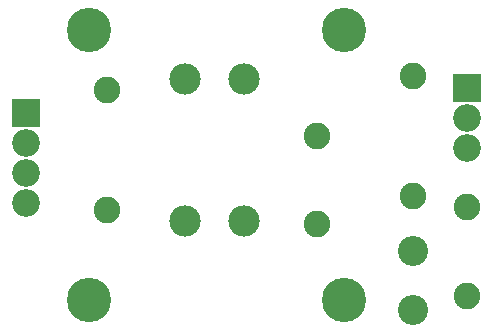
<source format=gbr>
G04 EasyPC Gerber Version 20.0.2 Build 4112 *
%FSLAX35Y35*%
%MOIN*%
%ADD119R,0.09268X0.09268*%
%ADD117C,0.08874*%
%ADD120C,0.09268*%
%ADD121C,0.10055*%
%ADD118C,0.10449*%
%ADD116C,0.14780*%
X0Y0D02*
D02*
D116*
X36845Y19796D03*
Y109796D03*
X121845Y19796D03*
Y109796D03*
D02*
D117*
X42750Y49565D03*
Y89565D03*
X112947Y45019D03*
Y74546D03*
X144750Y54245D03*
Y94245D03*
X162750Y21056D03*
Y50584D03*
D02*
D118*
X68814Y46017D03*
Y93261D03*
X88499Y46017D03*
Y93261D03*
D02*
D119*
X15750Y82043D03*
X162750Y90500D03*
D02*
D120*
X15750Y52043D03*
Y62043D03*
Y72043D03*
X162750Y70500D03*
Y80500D03*
D02*
D121*
X144750Y16402D03*
Y36087D03*
X0Y0D02*
M02*

</source>
